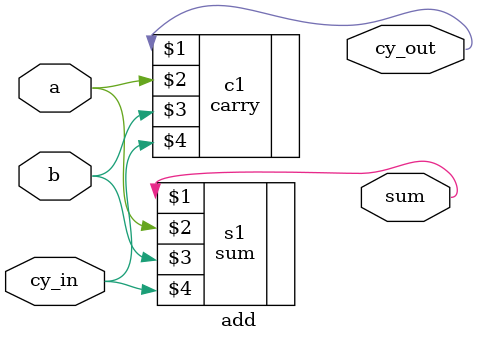
<source format=v>
module add(cy_out, sum, a, b, cy_in);
    input a, b, cy_in;
    output sum, cy_out;

    sum     s1(sum, a, b, cy_in);
    carry   c1(cy_out, a, b, cy_in);
    
endmodule
</source>
